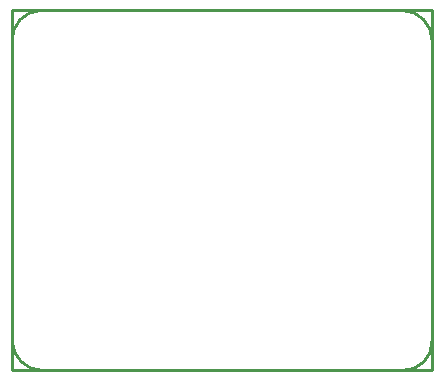
<source format=gko>
G04 Layer: BoardOutline*
G04 EasyEDA v6.4.0, 2020-08-02T14:52:40+02:00*
G04 aadbe2b07ee54088b09cfdb154852e2a,5bf1b712bda346c5934589caff60f8c7,10*
G04 Gerber Generator version 0.2*
G04 Scale: 100 percent, Rotated: No, Reflected: No *
G04 Dimensions in millimeters *
G04 leading zeros omitted , absolute positions ,3 integer and 3 decimal *
%FSLAX33Y33*%
%MOMM*%
G90*
G71D02*

%ADD10C,0.254000*%
G54D10*
G01X3Y30483D02*
G01X35563Y30483D01*
G01X35563Y3D01*
G01X3Y3D01*
G01X3Y30483D01*
G75*
G01X3Y27872D02*
G02X2452Y30483I2484J125D01*
G01*
G75*
G01X2500Y3D02*
G02X3Y2472I73J2571D01*
G01*
G75*
G01X35563Y2543D02*
G02X33026Y3I-2416J-124D01*
G01*
G75*
G01X33062Y30483D02*
G02X35563Y27934I-45J-2546D01*
G01*

%LPD*%
M00*
M02*

</source>
